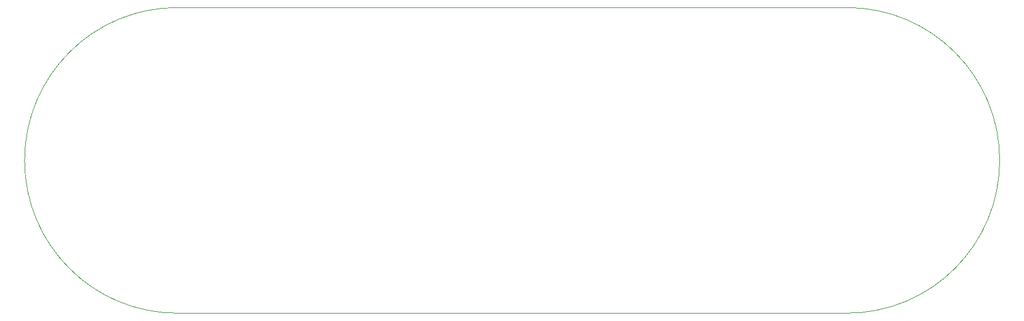
<source format=gbr>
%TF.GenerationSoftware,KiCad,Pcbnew,9.0.3*%
%TF.CreationDate,2025-07-15T10:31:37+02:00*%
%TF.ProjectId,CalliopeGamePad,43616c6c-696f-4706-9547-616d65506164,rev?*%
%TF.SameCoordinates,Original*%
%TF.FileFunction,Profile,NP*%
%FSLAX46Y46*%
G04 Gerber Fmt 4.6, Leading zero omitted, Abs format (unit mm)*
G04 Created by KiCad (PCBNEW 9.0.3) date 2025-07-15 10:31:37*
%MOMM*%
%LPD*%
G01*
G04 APERTURE LIST*
%TA.AperFunction,Profile*%
%ADD10C,0.050000*%
%TD*%
G04 APERTURE END LIST*
D10*
X104000000Y-127000000D02*
G75*
G02*
X104000000Y-85000000I0J21000000D01*
G01*
X104000000Y-85000000D02*
X196000000Y-85000000D01*
X196000000Y-85000000D02*
G75*
G02*
X196000000Y-127000000I0J-21000000D01*
G01*
X104000000Y-127000000D02*
X196000000Y-127000000D01*
M02*

</source>
